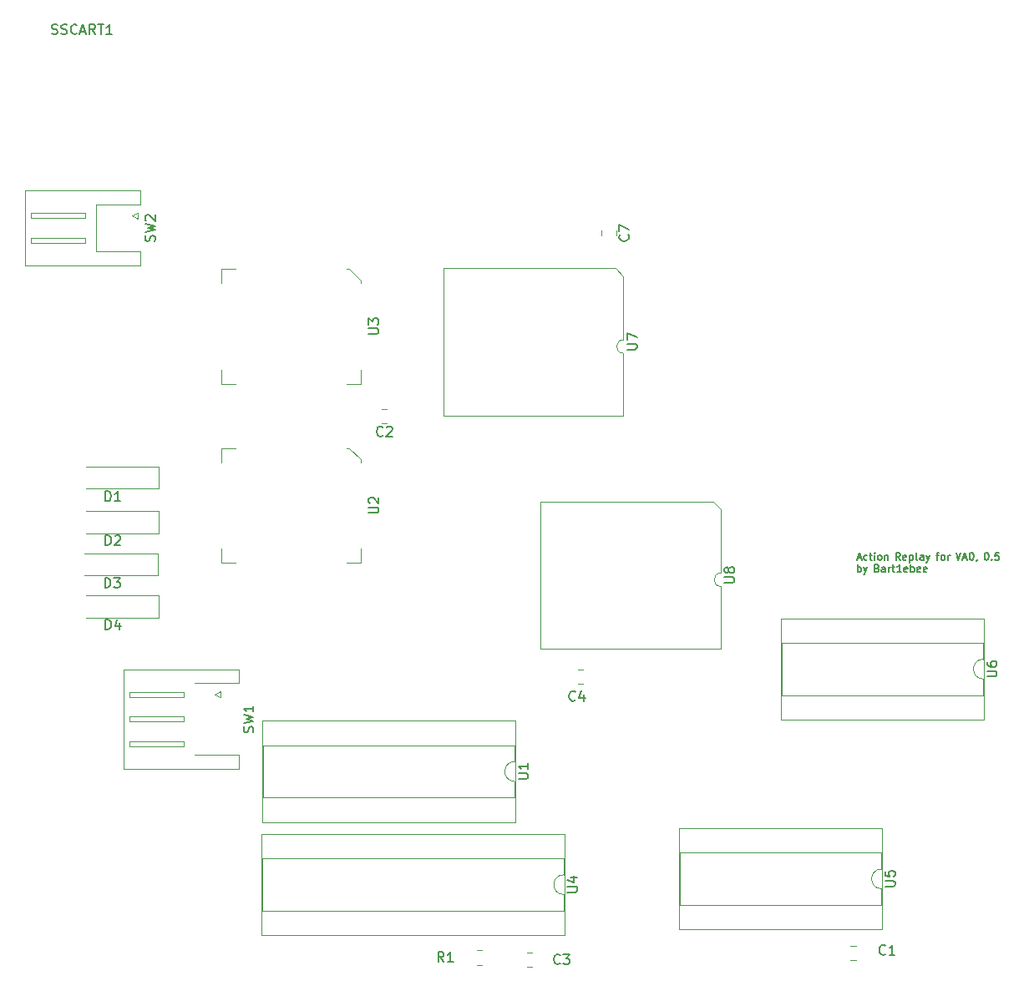
<source format=gbr>
%TF.GenerationSoftware,KiCad,Pcbnew,(7.0.0)*%
%TF.CreationDate,2023-02-16T22:34:58-06:00*%
%TF.ProjectId,cart,63617274-2e6b-4696-9361-645f70636258,rev?*%
%TF.SameCoordinates,Original*%
%TF.FileFunction,Legend,Top*%
%TF.FilePolarity,Positive*%
%FSLAX46Y46*%
G04 Gerber Fmt 4.6, Leading zero omitted, Abs format (unit mm)*
G04 Created by KiCad (PCBNEW (7.0.0)) date 2023-02-16 22:34:58*
%MOMM*%
%LPD*%
G01*
G04 APERTURE LIST*
%ADD10C,0.150000*%
%ADD11C,0.120000*%
G04 APERTURE END LIST*
D10*
X164492857Y-136732500D02*
X164850000Y-136732500D01*
X164421428Y-136946785D02*
X164671428Y-136196785D01*
X164671428Y-136196785D02*
X164921428Y-136946785D01*
X165492857Y-136911071D02*
X165421428Y-136946785D01*
X165421428Y-136946785D02*
X165278571Y-136946785D01*
X165278571Y-136946785D02*
X165207142Y-136911071D01*
X165207142Y-136911071D02*
X165171428Y-136875357D01*
X165171428Y-136875357D02*
X165135714Y-136803928D01*
X165135714Y-136803928D02*
X165135714Y-136589642D01*
X165135714Y-136589642D02*
X165171428Y-136518214D01*
X165171428Y-136518214D02*
X165207142Y-136482500D01*
X165207142Y-136482500D02*
X165278571Y-136446785D01*
X165278571Y-136446785D02*
X165421428Y-136446785D01*
X165421428Y-136446785D02*
X165492857Y-136482500D01*
X165707142Y-136446785D02*
X165992856Y-136446785D01*
X165814285Y-136196785D02*
X165814285Y-136839642D01*
X165814285Y-136839642D02*
X165849999Y-136911071D01*
X165849999Y-136911071D02*
X165921428Y-136946785D01*
X165921428Y-136946785D02*
X165992856Y-136946785D01*
X166242856Y-136946785D02*
X166242856Y-136446785D01*
X166242856Y-136196785D02*
X166207142Y-136232500D01*
X166207142Y-136232500D02*
X166242856Y-136268214D01*
X166242856Y-136268214D02*
X166278570Y-136232500D01*
X166278570Y-136232500D02*
X166242856Y-136196785D01*
X166242856Y-136196785D02*
X166242856Y-136268214D01*
X166707142Y-136946785D02*
X166635713Y-136911071D01*
X166635713Y-136911071D02*
X166599999Y-136875357D01*
X166599999Y-136875357D02*
X166564285Y-136803928D01*
X166564285Y-136803928D02*
X166564285Y-136589642D01*
X166564285Y-136589642D02*
X166599999Y-136518214D01*
X166599999Y-136518214D02*
X166635713Y-136482500D01*
X166635713Y-136482500D02*
X166707142Y-136446785D01*
X166707142Y-136446785D02*
X166814285Y-136446785D01*
X166814285Y-136446785D02*
X166885713Y-136482500D01*
X166885713Y-136482500D02*
X166921428Y-136518214D01*
X166921428Y-136518214D02*
X166957142Y-136589642D01*
X166957142Y-136589642D02*
X166957142Y-136803928D01*
X166957142Y-136803928D02*
X166921428Y-136875357D01*
X166921428Y-136875357D02*
X166885713Y-136911071D01*
X166885713Y-136911071D02*
X166814285Y-136946785D01*
X166814285Y-136946785D02*
X166707142Y-136946785D01*
X167278570Y-136446785D02*
X167278570Y-136946785D01*
X167278570Y-136518214D02*
X167314284Y-136482500D01*
X167314284Y-136482500D02*
X167385713Y-136446785D01*
X167385713Y-136446785D02*
X167492856Y-136446785D01*
X167492856Y-136446785D02*
X167564284Y-136482500D01*
X167564284Y-136482500D02*
X167599999Y-136553928D01*
X167599999Y-136553928D02*
X167599999Y-136946785D01*
X168835712Y-136946785D02*
X168585712Y-136589642D01*
X168407141Y-136946785D02*
X168407141Y-136196785D01*
X168407141Y-136196785D02*
X168692855Y-136196785D01*
X168692855Y-136196785D02*
X168764284Y-136232500D01*
X168764284Y-136232500D02*
X168799998Y-136268214D01*
X168799998Y-136268214D02*
X168835712Y-136339642D01*
X168835712Y-136339642D02*
X168835712Y-136446785D01*
X168835712Y-136446785D02*
X168799998Y-136518214D01*
X168799998Y-136518214D02*
X168764284Y-136553928D01*
X168764284Y-136553928D02*
X168692855Y-136589642D01*
X168692855Y-136589642D02*
X168407141Y-136589642D01*
X169442855Y-136911071D02*
X169371427Y-136946785D01*
X169371427Y-136946785D02*
X169228570Y-136946785D01*
X169228570Y-136946785D02*
X169157141Y-136911071D01*
X169157141Y-136911071D02*
X169121427Y-136839642D01*
X169121427Y-136839642D02*
X169121427Y-136553928D01*
X169121427Y-136553928D02*
X169157141Y-136482500D01*
X169157141Y-136482500D02*
X169228570Y-136446785D01*
X169228570Y-136446785D02*
X169371427Y-136446785D01*
X169371427Y-136446785D02*
X169442855Y-136482500D01*
X169442855Y-136482500D02*
X169478570Y-136553928D01*
X169478570Y-136553928D02*
X169478570Y-136625357D01*
X169478570Y-136625357D02*
X169121427Y-136696785D01*
X169799998Y-136446785D02*
X169799998Y-137196785D01*
X169799998Y-136482500D02*
X169871427Y-136446785D01*
X169871427Y-136446785D02*
X170014284Y-136446785D01*
X170014284Y-136446785D02*
X170085712Y-136482500D01*
X170085712Y-136482500D02*
X170121427Y-136518214D01*
X170121427Y-136518214D02*
X170157141Y-136589642D01*
X170157141Y-136589642D02*
X170157141Y-136803928D01*
X170157141Y-136803928D02*
X170121427Y-136875357D01*
X170121427Y-136875357D02*
X170085712Y-136911071D01*
X170085712Y-136911071D02*
X170014284Y-136946785D01*
X170014284Y-136946785D02*
X169871427Y-136946785D01*
X169871427Y-136946785D02*
X169799998Y-136911071D01*
X170585712Y-136946785D02*
X170514283Y-136911071D01*
X170514283Y-136911071D02*
X170478569Y-136839642D01*
X170478569Y-136839642D02*
X170478569Y-136196785D01*
X171192855Y-136946785D02*
X171192855Y-136553928D01*
X171192855Y-136553928D02*
X171157140Y-136482500D01*
X171157140Y-136482500D02*
X171085712Y-136446785D01*
X171085712Y-136446785D02*
X170942855Y-136446785D01*
X170942855Y-136446785D02*
X170871426Y-136482500D01*
X171192855Y-136911071D02*
X171121426Y-136946785D01*
X171121426Y-136946785D02*
X170942855Y-136946785D01*
X170942855Y-136946785D02*
X170871426Y-136911071D01*
X170871426Y-136911071D02*
X170835712Y-136839642D01*
X170835712Y-136839642D02*
X170835712Y-136768214D01*
X170835712Y-136768214D02*
X170871426Y-136696785D01*
X170871426Y-136696785D02*
X170942855Y-136661071D01*
X170942855Y-136661071D02*
X171121426Y-136661071D01*
X171121426Y-136661071D02*
X171192855Y-136625357D01*
X171478568Y-136446785D02*
X171657140Y-136946785D01*
X171835711Y-136446785D02*
X171657140Y-136946785D01*
X171657140Y-136946785D02*
X171585711Y-137125357D01*
X171585711Y-137125357D02*
X171549997Y-137161071D01*
X171549997Y-137161071D02*
X171478568Y-137196785D01*
X172464283Y-136446785D02*
X172749997Y-136446785D01*
X172571426Y-136946785D02*
X172571426Y-136303928D01*
X172571426Y-136303928D02*
X172607140Y-136232500D01*
X172607140Y-136232500D02*
X172678569Y-136196785D01*
X172678569Y-136196785D02*
X172749997Y-136196785D01*
X173107140Y-136946785D02*
X173035711Y-136911071D01*
X173035711Y-136911071D02*
X172999997Y-136875357D01*
X172999997Y-136875357D02*
X172964283Y-136803928D01*
X172964283Y-136803928D02*
X172964283Y-136589642D01*
X172964283Y-136589642D02*
X172999997Y-136518214D01*
X172999997Y-136518214D02*
X173035711Y-136482500D01*
X173035711Y-136482500D02*
X173107140Y-136446785D01*
X173107140Y-136446785D02*
X173214283Y-136446785D01*
X173214283Y-136446785D02*
X173285711Y-136482500D01*
X173285711Y-136482500D02*
X173321426Y-136518214D01*
X173321426Y-136518214D02*
X173357140Y-136589642D01*
X173357140Y-136589642D02*
X173357140Y-136803928D01*
X173357140Y-136803928D02*
X173321426Y-136875357D01*
X173321426Y-136875357D02*
X173285711Y-136911071D01*
X173285711Y-136911071D02*
X173214283Y-136946785D01*
X173214283Y-136946785D02*
X173107140Y-136946785D01*
X173678568Y-136946785D02*
X173678568Y-136446785D01*
X173678568Y-136589642D02*
X173714282Y-136518214D01*
X173714282Y-136518214D02*
X173749997Y-136482500D01*
X173749997Y-136482500D02*
X173821425Y-136446785D01*
X173821425Y-136446785D02*
X173892854Y-136446785D01*
X174485711Y-136196785D02*
X174735711Y-136946785D01*
X174735711Y-136946785D02*
X174985711Y-136196785D01*
X175199997Y-136732500D02*
X175557140Y-136732500D01*
X175128568Y-136946785D02*
X175378568Y-136196785D01*
X175378568Y-136196785D02*
X175628568Y-136946785D01*
X176021425Y-136196785D02*
X176092854Y-136196785D01*
X176092854Y-136196785D02*
X176164282Y-136232500D01*
X176164282Y-136232500D02*
X176199997Y-136268214D01*
X176199997Y-136268214D02*
X176235711Y-136339642D01*
X176235711Y-136339642D02*
X176271425Y-136482500D01*
X176271425Y-136482500D02*
X176271425Y-136661071D01*
X176271425Y-136661071D02*
X176235711Y-136803928D01*
X176235711Y-136803928D02*
X176199997Y-136875357D01*
X176199997Y-136875357D02*
X176164282Y-136911071D01*
X176164282Y-136911071D02*
X176092854Y-136946785D01*
X176092854Y-136946785D02*
X176021425Y-136946785D01*
X176021425Y-136946785D02*
X175949997Y-136911071D01*
X175949997Y-136911071D02*
X175914282Y-136875357D01*
X175914282Y-136875357D02*
X175878568Y-136803928D01*
X175878568Y-136803928D02*
X175842854Y-136661071D01*
X175842854Y-136661071D02*
X175842854Y-136482500D01*
X175842854Y-136482500D02*
X175878568Y-136339642D01*
X175878568Y-136339642D02*
X175914282Y-136268214D01*
X175914282Y-136268214D02*
X175949997Y-136232500D01*
X175949997Y-136232500D02*
X176021425Y-136196785D01*
X176628568Y-136911071D02*
X176628568Y-136946785D01*
X176628568Y-136946785D02*
X176592854Y-137018214D01*
X176592854Y-137018214D02*
X176557140Y-137053928D01*
X177542854Y-136196785D02*
X177614283Y-136196785D01*
X177614283Y-136196785D02*
X177685711Y-136232500D01*
X177685711Y-136232500D02*
X177721426Y-136268214D01*
X177721426Y-136268214D02*
X177757140Y-136339642D01*
X177757140Y-136339642D02*
X177792854Y-136482500D01*
X177792854Y-136482500D02*
X177792854Y-136661071D01*
X177792854Y-136661071D02*
X177757140Y-136803928D01*
X177757140Y-136803928D02*
X177721426Y-136875357D01*
X177721426Y-136875357D02*
X177685711Y-136911071D01*
X177685711Y-136911071D02*
X177614283Y-136946785D01*
X177614283Y-136946785D02*
X177542854Y-136946785D01*
X177542854Y-136946785D02*
X177471426Y-136911071D01*
X177471426Y-136911071D02*
X177435711Y-136875357D01*
X177435711Y-136875357D02*
X177399997Y-136803928D01*
X177399997Y-136803928D02*
X177364283Y-136661071D01*
X177364283Y-136661071D02*
X177364283Y-136482500D01*
X177364283Y-136482500D02*
X177399997Y-136339642D01*
X177399997Y-136339642D02*
X177435711Y-136268214D01*
X177435711Y-136268214D02*
X177471426Y-136232500D01*
X177471426Y-136232500D02*
X177542854Y-136196785D01*
X178114283Y-136875357D02*
X178149997Y-136911071D01*
X178149997Y-136911071D02*
X178114283Y-136946785D01*
X178114283Y-136946785D02*
X178078569Y-136911071D01*
X178078569Y-136911071D02*
X178114283Y-136875357D01*
X178114283Y-136875357D02*
X178114283Y-136946785D01*
X178828569Y-136196785D02*
X178471426Y-136196785D01*
X178471426Y-136196785D02*
X178435712Y-136553928D01*
X178435712Y-136553928D02*
X178471426Y-136518214D01*
X178471426Y-136518214D02*
X178542855Y-136482500D01*
X178542855Y-136482500D02*
X178721426Y-136482500D01*
X178721426Y-136482500D02*
X178792855Y-136518214D01*
X178792855Y-136518214D02*
X178828569Y-136553928D01*
X178828569Y-136553928D02*
X178864283Y-136625357D01*
X178864283Y-136625357D02*
X178864283Y-136803928D01*
X178864283Y-136803928D02*
X178828569Y-136875357D01*
X178828569Y-136875357D02*
X178792855Y-136911071D01*
X178792855Y-136911071D02*
X178721426Y-136946785D01*
X178721426Y-136946785D02*
X178542855Y-136946785D01*
X178542855Y-136946785D02*
X178471426Y-136911071D01*
X178471426Y-136911071D02*
X178435712Y-136875357D01*
X164528571Y-138161785D02*
X164528571Y-137411785D01*
X164528571Y-137697500D02*
X164600000Y-137661785D01*
X164600000Y-137661785D02*
X164742857Y-137661785D01*
X164742857Y-137661785D02*
X164814285Y-137697500D01*
X164814285Y-137697500D02*
X164850000Y-137733214D01*
X164850000Y-137733214D02*
X164885714Y-137804642D01*
X164885714Y-137804642D02*
X164885714Y-138018928D01*
X164885714Y-138018928D02*
X164850000Y-138090357D01*
X164850000Y-138090357D02*
X164814285Y-138126071D01*
X164814285Y-138126071D02*
X164742857Y-138161785D01*
X164742857Y-138161785D02*
X164600000Y-138161785D01*
X164600000Y-138161785D02*
X164528571Y-138126071D01*
X165135713Y-137661785D02*
X165314285Y-138161785D01*
X165492856Y-137661785D02*
X165314285Y-138161785D01*
X165314285Y-138161785D02*
X165242856Y-138340357D01*
X165242856Y-138340357D02*
X165207142Y-138376071D01*
X165207142Y-138376071D02*
X165135713Y-138411785D01*
X166478571Y-137768928D02*
X166585714Y-137804642D01*
X166585714Y-137804642D02*
X166621428Y-137840357D01*
X166621428Y-137840357D02*
X166657142Y-137911785D01*
X166657142Y-137911785D02*
X166657142Y-138018928D01*
X166657142Y-138018928D02*
X166621428Y-138090357D01*
X166621428Y-138090357D02*
X166585714Y-138126071D01*
X166585714Y-138126071D02*
X166514285Y-138161785D01*
X166514285Y-138161785D02*
X166228571Y-138161785D01*
X166228571Y-138161785D02*
X166228571Y-137411785D01*
X166228571Y-137411785D02*
X166478571Y-137411785D01*
X166478571Y-137411785D02*
X166550000Y-137447500D01*
X166550000Y-137447500D02*
X166585714Y-137483214D01*
X166585714Y-137483214D02*
X166621428Y-137554642D01*
X166621428Y-137554642D02*
X166621428Y-137626071D01*
X166621428Y-137626071D02*
X166585714Y-137697500D01*
X166585714Y-137697500D02*
X166550000Y-137733214D01*
X166550000Y-137733214D02*
X166478571Y-137768928D01*
X166478571Y-137768928D02*
X166228571Y-137768928D01*
X167300000Y-138161785D02*
X167300000Y-137768928D01*
X167300000Y-137768928D02*
X167264285Y-137697500D01*
X167264285Y-137697500D02*
X167192857Y-137661785D01*
X167192857Y-137661785D02*
X167050000Y-137661785D01*
X167050000Y-137661785D02*
X166978571Y-137697500D01*
X167300000Y-138126071D02*
X167228571Y-138161785D01*
X167228571Y-138161785D02*
X167050000Y-138161785D01*
X167050000Y-138161785D02*
X166978571Y-138126071D01*
X166978571Y-138126071D02*
X166942857Y-138054642D01*
X166942857Y-138054642D02*
X166942857Y-137983214D01*
X166942857Y-137983214D02*
X166978571Y-137911785D01*
X166978571Y-137911785D02*
X167050000Y-137876071D01*
X167050000Y-137876071D02*
X167228571Y-137876071D01*
X167228571Y-137876071D02*
X167300000Y-137840357D01*
X167657142Y-138161785D02*
X167657142Y-137661785D01*
X167657142Y-137804642D02*
X167692856Y-137733214D01*
X167692856Y-137733214D02*
X167728571Y-137697500D01*
X167728571Y-137697500D02*
X167799999Y-137661785D01*
X167799999Y-137661785D02*
X167871428Y-137661785D01*
X168014285Y-137661785D02*
X168299999Y-137661785D01*
X168121428Y-137411785D02*
X168121428Y-138054642D01*
X168121428Y-138054642D02*
X168157142Y-138126071D01*
X168157142Y-138126071D02*
X168228571Y-138161785D01*
X168228571Y-138161785D02*
X168299999Y-138161785D01*
X168942856Y-138161785D02*
X168514285Y-138161785D01*
X168728570Y-138161785D02*
X168728570Y-137411785D01*
X168728570Y-137411785D02*
X168657142Y-137518928D01*
X168657142Y-137518928D02*
X168585713Y-137590357D01*
X168585713Y-137590357D02*
X168514285Y-137626071D01*
X169549999Y-138126071D02*
X169478571Y-138161785D01*
X169478571Y-138161785D02*
X169335714Y-138161785D01*
X169335714Y-138161785D02*
X169264285Y-138126071D01*
X169264285Y-138126071D02*
X169228571Y-138054642D01*
X169228571Y-138054642D02*
X169228571Y-137768928D01*
X169228571Y-137768928D02*
X169264285Y-137697500D01*
X169264285Y-137697500D02*
X169335714Y-137661785D01*
X169335714Y-137661785D02*
X169478571Y-137661785D01*
X169478571Y-137661785D02*
X169549999Y-137697500D01*
X169549999Y-137697500D02*
X169585714Y-137768928D01*
X169585714Y-137768928D02*
X169585714Y-137840357D01*
X169585714Y-137840357D02*
X169228571Y-137911785D01*
X169907142Y-138161785D02*
X169907142Y-137411785D01*
X169907142Y-137697500D02*
X169978571Y-137661785D01*
X169978571Y-137661785D02*
X170121428Y-137661785D01*
X170121428Y-137661785D02*
X170192856Y-137697500D01*
X170192856Y-137697500D02*
X170228571Y-137733214D01*
X170228571Y-137733214D02*
X170264285Y-137804642D01*
X170264285Y-137804642D02*
X170264285Y-138018928D01*
X170264285Y-138018928D02*
X170228571Y-138090357D01*
X170228571Y-138090357D02*
X170192856Y-138126071D01*
X170192856Y-138126071D02*
X170121428Y-138161785D01*
X170121428Y-138161785D02*
X169978571Y-138161785D01*
X169978571Y-138161785D02*
X169907142Y-138126071D01*
X170871427Y-138126071D02*
X170799999Y-138161785D01*
X170799999Y-138161785D02*
X170657142Y-138161785D01*
X170657142Y-138161785D02*
X170585713Y-138126071D01*
X170585713Y-138126071D02*
X170549999Y-138054642D01*
X170549999Y-138054642D02*
X170549999Y-137768928D01*
X170549999Y-137768928D02*
X170585713Y-137697500D01*
X170585713Y-137697500D02*
X170657142Y-137661785D01*
X170657142Y-137661785D02*
X170799999Y-137661785D01*
X170799999Y-137661785D02*
X170871427Y-137697500D01*
X170871427Y-137697500D02*
X170907142Y-137768928D01*
X170907142Y-137768928D02*
X170907142Y-137840357D01*
X170907142Y-137840357D02*
X170549999Y-137911785D01*
X171514284Y-138126071D02*
X171442856Y-138161785D01*
X171442856Y-138161785D02*
X171299999Y-138161785D01*
X171299999Y-138161785D02*
X171228570Y-138126071D01*
X171228570Y-138126071D02*
X171192856Y-138054642D01*
X171192856Y-138054642D02*
X171192856Y-137768928D01*
X171192856Y-137768928D02*
X171228570Y-137697500D01*
X171228570Y-137697500D02*
X171299999Y-137661785D01*
X171299999Y-137661785D02*
X171442856Y-137661785D01*
X171442856Y-137661785D02*
X171514284Y-137697500D01*
X171514284Y-137697500D02*
X171549999Y-137768928D01*
X171549999Y-137768928D02*
X171549999Y-137840357D01*
X171549999Y-137840357D02*
X171192856Y-137911785D01*
%TO.C,U8*%
X151022380Y-139236904D02*
X151831904Y-139236904D01*
X151831904Y-139236904D02*
X151927142Y-139189285D01*
X151927142Y-139189285D02*
X151974761Y-139141666D01*
X151974761Y-139141666D02*
X152022380Y-139046428D01*
X152022380Y-139046428D02*
X152022380Y-138855952D01*
X152022380Y-138855952D02*
X151974761Y-138760714D01*
X151974761Y-138760714D02*
X151927142Y-138713095D01*
X151927142Y-138713095D02*
X151831904Y-138665476D01*
X151831904Y-138665476D02*
X151022380Y-138665476D01*
X151450952Y-138046428D02*
X151403333Y-138141666D01*
X151403333Y-138141666D02*
X151355714Y-138189285D01*
X151355714Y-138189285D02*
X151260476Y-138236904D01*
X151260476Y-138236904D02*
X151212857Y-138236904D01*
X151212857Y-138236904D02*
X151117619Y-138189285D01*
X151117619Y-138189285D02*
X151070000Y-138141666D01*
X151070000Y-138141666D02*
X151022380Y-138046428D01*
X151022380Y-138046428D02*
X151022380Y-137855952D01*
X151022380Y-137855952D02*
X151070000Y-137760714D01*
X151070000Y-137760714D02*
X151117619Y-137713095D01*
X151117619Y-137713095D02*
X151212857Y-137665476D01*
X151212857Y-137665476D02*
X151260476Y-137665476D01*
X151260476Y-137665476D02*
X151355714Y-137713095D01*
X151355714Y-137713095D02*
X151403333Y-137760714D01*
X151403333Y-137760714D02*
X151450952Y-137855952D01*
X151450952Y-137855952D02*
X151450952Y-138046428D01*
X151450952Y-138046428D02*
X151498571Y-138141666D01*
X151498571Y-138141666D02*
X151546190Y-138189285D01*
X151546190Y-138189285D02*
X151641428Y-138236904D01*
X151641428Y-138236904D02*
X151831904Y-138236904D01*
X151831904Y-138236904D02*
X151927142Y-138189285D01*
X151927142Y-138189285D02*
X151974761Y-138141666D01*
X151974761Y-138141666D02*
X152022380Y-138046428D01*
X152022380Y-138046428D02*
X152022380Y-137855952D01*
X152022380Y-137855952D02*
X151974761Y-137760714D01*
X151974761Y-137760714D02*
X151927142Y-137713095D01*
X151927142Y-137713095D02*
X151831904Y-137665476D01*
X151831904Y-137665476D02*
X151641428Y-137665476D01*
X151641428Y-137665476D02*
X151546190Y-137713095D01*
X151546190Y-137713095D02*
X151498571Y-137760714D01*
X151498571Y-137760714D02*
X151450952Y-137855952D01*
%TO.C,U7*%
X141147380Y-115586904D02*
X141956904Y-115586904D01*
X141956904Y-115586904D02*
X142052142Y-115539285D01*
X142052142Y-115539285D02*
X142099761Y-115491666D01*
X142099761Y-115491666D02*
X142147380Y-115396428D01*
X142147380Y-115396428D02*
X142147380Y-115205952D01*
X142147380Y-115205952D02*
X142099761Y-115110714D01*
X142099761Y-115110714D02*
X142052142Y-115063095D01*
X142052142Y-115063095D02*
X141956904Y-115015476D01*
X141956904Y-115015476D02*
X141147380Y-115015476D01*
X141147380Y-114634523D02*
X141147380Y-113967857D01*
X141147380Y-113967857D02*
X142147380Y-114396428D01*
%TO.C,C2*%
X116383333Y-124302142D02*
X116335714Y-124349761D01*
X116335714Y-124349761D02*
X116192857Y-124397380D01*
X116192857Y-124397380D02*
X116097619Y-124397380D01*
X116097619Y-124397380D02*
X115954762Y-124349761D01*
X115954762Y-124349761D02*
X115859524Y-124254523D01*
X115859524Y-124254523D02*
X115811905Y-124159285D01*
X115811905Y-124159285D02*
X115764286Y-123968809D01*
X115764286Y-123968809D02*
X115764286Y-123825952D01*
X115764286Y-123825952D02*
X115811905Y-123635476D01*
X115811905Y-123635476D02*
X115859524Y-123540238D01*
X115859524Y-123540238D02*
X115954762Y-123445000D01*
X115954762Y-123445000D02*
X116097619Y-123397380D01*
X116097619Y-123397380D02*
X116192857Y-123397380D01*
X116192857Y-123397380D02*
X116335714Y-123445000D01*
X116335714Y-123445000D02*
X116383333Y-123492619D01*
X116764286Y-123492619D02*
X116811905Y-123445000D01*
X116811905Y-123445000D02*
X116907143Y-123397380D01*
X116907143Y-123397380D02*
X117145238Y-123397380D01*
X117145238Y-123397380D02*
X117240476Y-123445000D01*
X117240476Y-123445000D02*
X117288095Y-123492619D01*
X117288095Y-123492619D02*
X117335714Y-123587857D01*
X117335714Y-123587857D02*
X117335714Y-123683095D01*
X117335714Y-123683095D02*
X117288095Y-123825952D01*
X117288095Y-123825952D02*
X116716667Y-124397380D01*
X116716667Y-124397380D02*
X117335714Y-124397380D01*
%TO.C,U5*%
X167307380Y-170041904D02*
X168116904Y-170041904D01*
X168116904Y-170041904D02*
X168212142Y-169994285D01*
X168212142Y-169994285D02*
X168259761Y-169946666D01*
X168259761Y-169946666D02*
X168307380Y-169851428D01*
X168307380Y-169851428D02*
X168307380Y-169660952D01*
X168307380Y-169660952D02*
X168259761Y-169565714D01*
X168259761Y-169565714D02*
X168212142Y-169518095D01*
X168212142Y-169518095D02*
X168116904Y-169470476D01*
X168116904Y-169470476D02*
X167307380Y-169470476D01*
X167307380Y-168518095D02*
X167307380Y-168994285D01*
X167307380Y-168994285D02*
X167783571Y-169041904D01*
X167783571Y-169041904D02*
X167735952Y-168994285D01*
X167735952Y-168994285D02*
X167688333Y-168899047D01*
X167688333Y-168899047D02*
X167688333Y-168660952D01*
X167688333Y-168660952D02*
X167735952Y-168565714D01*
X167735952Y-168565714D02*
X167783571Y-168518095D01*
X167783571Y-168518095D02*
X167878809Y-168470476D01*
X167878809Y-168470476D02*
X168116904Y-168470476D01*
X168116904Y-168470476D02*
X168212142Y-168518095D01*
X168212142Y-168518095D02*
X168259761Y-168565714D01*
X168259761Y-168565714D02*
X168307380Y-168660952D01*
X168307380Y-168660952D02*
X168307380Y-168899047D01*
X168307380Y-168899047D02*
X168259761Y-168994285D01*
X168259761Y-168994285D02*
X168212142Y-169041904D01*
%TO.C,C7*%
X141252142Y-103966666D02*
X141299761Y-104014285D01*
X141299761Y-104014285D02*
X141347380Y-104157142D01*
X141347380Y-104157142D02*
X141347380Y-104252380D01*
X141347380Y-104252380D02*
X141299761Y-104395237D01*
X141299761Y-104395237D02*
X141204523Y-104490475D01*
X141204523Y-104490475D02*
X141109285Y-104538094D01*
X141109285Y-104538094D02*
X140918809Y-104585713D01*
X140918809Y-104585713D02*
X140775952Y-104585713D01*
X140775952Y-104585713D02*
X140585476Y-104538094D01*
X140585476Y-104538094D02*
X140490238Y-104490475D01*
X140490238Y-104490475D02*
X140395000Y-104395237D01*
X140395000Y-104395237D02*
X140347380Y-104252380D01*
X140347380Y-104252380D02*
X140347380Y-104157142D01*
X140347380Y-104157142D02*
X140395000Y-104014285D01*
X140395000Y-104014285D02*
X140442619Y-103966666D01*
X140347380Y-103633332D02*
X140347380Y-102966666D01*
X140347380Y-102966666D02*
X141347380Y-103395237D01*
%TO.C,U2*%
X114962380Y-132161904D02*
X115771904Y-132161904D01*
X115771904Y-132161904D02*
X115867142Y-132114285D01*
X115867142Y-132114285D02*
X115914761Y-132066666D01*
X115914761Y-132066666D02*
X115962380Y-131971428D01*
X115962380Y-131971428D02*
X115962380Y-131780952D01*
X115962380Y-131780952D02*
X115914761Y-131685714D01*
X115914761Y-131685714D02*
X115867142Y-131638095D01*
X115867142Y-131638095D02*
X115771904Y-131590476D01*
X115771904Y-131590476D02*
X114962380Y-131590476D01*
X115057619Y-131161904D02*
X115010000Y-131114285D01*
X115010000Y-131114285D02*
X114962380Y-131019047D01*
X114962380Y-131019047D02*
X114962380Y-130780952D01*
X114962380Y-130780952D02*
X115010000Y-130685714D01*
X115010000Y-130685714D02*
X115057619Y-130638095D01*
X115057619Y-130638095D02*
X115152857Y-130590476D01*
X115152857Y-130590476D02*
X115248095Y-130590476D01*
X115248095Y-130590476D02*
X115390952Y-130638095D01*
X115390952Y-130638095D02*
X115962380Y-131209523D01*
X115962380Y-131209523D02*
X115962380Y-130590476D01*
%TO.C,SW2*%
X93244761Y-104608332D02*
X93292380Y-104465475D01*
X93292380Y-104465475D02*
X93292380Y-104227380D01*
X93292380Y-104227380D02*
X93244761Y-104132142D01*
X93244761Y-104132142D02*
X93197142Y-104084523D01*
X93197142Y-104084523D02*
X93101904Y-104036904D01*
X93101904Y-104036904D02*
X93006666Y-104036904D01*
X93006666Y-104036904D02*
X92911428Y-104084523D01*
X92911428Y-104084523D02*
X92863809Y-104132142D01*
X92863809Y-104132142D02*
X92816190Y-104227380D01*
X92816190Y-104227380D02*
X92768571Y-104417856D01*
X92768571Y-104417856D02*
X92720952Y-104513094D01*
X92720952Y-104513094D02*
X92673333Y-104560713D01*
X92673333Y-104560713D02*
X92578095Y-104608332D01*
X92578095Y-104608332D02*
X92482857Y-104608332D01*
X92482857Y-104608332D02*
X92387619Y-104560713D01*
X92387619Y-104560713D02*
X92340000Y-104513094D01*
X92340000Y-104513094D02*
X92292380Y-104417856D01*
X92292380Y-104417856D02*
X92292380Y-104179761D01*
X92292380Y-104179761D02*
X92340000Y-104036904D01*
X92292380Y-103703570D02*
X93292380Y-103465475D01*
X93292380Y-103465475D02*
X92578095Y-103274999D01*
X92578095Y-103274999D02*
X93292380Y-103084523D01*
X93292380Y-103084523D02*
X92292380Y-102846428D01*
X92387619Y-102513094D02*
X92340000Y-102465475D01*
X92340000Y-102465475D02*
X92292380Y-102370237D01*
X92292380Y-102370237D02*
X92292380Y-102132142D01*
X92292380Y-102132142D02*
X92340000Y-102036904D01*
X92340000Y-102036904D02*
X92387619Y-101989285D01*
X92387619Y-101989285D02*
X92482857Y-101941666D01*
X92482857Y-101941666D02*
X92578095Y-101941666D01*
X92578095Y-101941666D02*
X92720952Y-101989285D01*
X92720952Y-101989285D02*
X93292380Y-102560713D01*
X93292380Y-102560713D02*
X93292380Y-101941666D01*
%TO.C,D4*%
X88281905Y-143992380D02*
X88281905Y-142992380D01*
X88281905Y-142992380D02*
X88520000Y-142992380D01*
X88520000Y-142992380D02*
X88662857Y-143040000D01*
X88662857Y-143040000D02*
X88758095Y-143135238D01*
X88758095Y-143135238D02*
X88805714Y-143230476D01*
X88805714Y-143230476D02*
X88853333Y-143420952D01*
X88853333Y-143420952D02*
X88853333Y-143563809D01*
X88853333Y-143563809D02*
X88805714Y-143754285D01*
X88805714Y-143754285D02*
X88758095Y-143849523D01*
X88758095Y-143849523D02*
X88662857Y-143944761D01*
X88662857Y-143944761D02*
X88520000Y-143992380D01*
X88520000Y-143992380D02*
X88281905Y-143992380D01*
X89710476Y-143325714D02*
X89710476Y-143992380D01*
X89472381Y-142944761D02*
X89234286Y-143659047D01*
X89234286Y-143659047D02*
X89853333Y-143659047D01*
%TO.C,D2*%
X88286905Y-135417380D02*
X88286905Y-134417380D01*
X88286905Y-134417380D02*
X88525000Y-134417380D01*
X88525000Y-134417380D02*
X88667857Y-134465000D01*
X88667857Y-134465000D02*
X88763095Y-134560238D01*
X88763095Y-134560238D02*
X88810714Y-134655476D01*
X88810714Y-134655476D02*
X88858333Y-134845952D01*
X88858333Y-134845952D02*
X88858333Y-134988809D01*
X88858333Y-134988809D02*
X88810714Y-135179285D01*
X88810714Y-135179285D02*
X88763095Y-135274523D01*
X88763095Y-135274523D02*
X88667857Y-135369761D01*
X88667857Y-135369761D02*
X88525000Y-135417380D01*
X88525000Y-135417380D02*
X88286905Y-135417380D01*
X89239286Y-134512619D02*
X89286905Y-134465000D01*
X89286905Y-134465000D02*
X89382143Y-134417380D01*
X89382143Y-134417380D02*
X89620238Y-134417380D01*
X89620238Y-134417380D02*
X89715476Y-134465000D01*
X89715476Y-134465000D02*
X89763095Y-134512619D01*
X89763095Y-134512619D02*
X89810714Y-134607857D01*
X89810714Y-134607857D02*
X89810714Y-134703095D01*
X89810714Y-134703095D02*
X89763095Y-134845952D01*
X89763095Y-134845952D02*
X89191667Y-135417380D01*
X89191667Y-135417380D02*
X89810714Y-135417380D01*
%TO.C,C3*%
X134353333Y-177832142D02*
X134305714Y-177879761D01*
X134305714Y-177879761D02*
X134162857Y-177927380D01*
X134162857Y-177927380D02*
X134067619Y-177927380D01*
X134067619Y-177927380D02*
X133924762Y-177879761D01*
X133924762Y-177879761D02*
X133829524Y-177784523D01*
X133829524Y-177784523D02*
X133781905Y-177689285D01*
X133781905Y-177689285D02*
X133734286Y-177498809D01*
X133734286Y-177498809D02*
X133734286Y-177355952D01*
X133734286Y-177355952D02*
X133781905Y-177165476D01*
X133781905Y-177165476D02*
X133829524Y-177070238D01*
X133829524Y-177070238D02*
X133924762Y-176975000D01*
X133924762Y-176975000D02*
X134067619Y-176927380D01*
X134067619Y-176927380D02*
X134162857Y-176927380D01*
X134162857Y-176927380D02*
X134305714Y-176975000D01*
X134305714Y-176975000D02*
X134353333Y-177022619D01*
X134686667Y-176927380D02*
X135305714Y-176927380D01*
X135305714Y-176927380D02*
X134972381Y-177308333D01*
X134972381Y-177308333D02*
X135115238Y-177308333D01*
X135115238Y-177308333D02*
X135210476Y-177355952D01*
X135210476Y-177355952D02*
X135258095Y-177403571D01*
X135258095Y-177403571D02*
X135305714Y-177498809D01*
X135305714Y-177498809D02*
X135305714Y-177736904D01*
X135305714Y-177736904D02*
X135258095Y-177832142D01*
X135258095Y-177832142D02*
X135210476Y-177879761D01*
X135210476Y-177879761D02*
X135115238Y-177927380D01*
X135115238Y-177927380D02*
X134829524Y-177927380D01*
X134829524Y-177927380D02*
X134734286Y-177879761D01*
X134734286Y-177879761D02*
X134686667Y-177832142D01*
%TO.C,SSCART1*%
X82852381Y-83569761D02*
X82995238Y-83617380D01*
X82995238Y-83617380D02*
X83233333Y-83617380D01*
X83233333Y-83617380D02*
X83328571Y-83569761D01*
X83328571Y-83569761D02*
X83376190Y-83522142D01*
X83376190Y-83522142D02*
X83423809Y-83426904D01*
X83423809Y-83426904D02*
X83423809Y-83331666D01*
X83423809Y-83331666D02*
X83376190Y-83236428D01*
X83376190Y-83236428D02*
X83328571Y-83188809D01*
X83328571Y-83188809D02*
X83233333Y-83141190D01*
X83233333Y-83141190D02*
X83042857Y-83093571D01*
X83042857Y-83093571D02*
X82947619Y-83045952D01*
X82947619Y-83045952D02*
X82900000Y-82998333D01*
X82900000Y-82998333D02*
X82852381Y-82903095D01*
X82852381Y-82903095D02*
X82852381Y-82807857D01*
X82852381Y-82807857D02*
X82900000Y-82712619D01*
X82900000Y-82712619D02*
X82947619Y-82665000D01*
X82947619Y-82665000D02*
X83042857Y-82617380D01*
X83042857Y-82617380D02*
X83280952Y-82617380D01*
X83280952Y-82617380D02*
X83423809Y-82665000D01*
X83804762Y-83569761D02*
X83947619Y-83617380D01*
X83947619Y-83617380D02*
X84185714Y-83617380D01*
X84185714Y-83617380D02*
X84280952Y-83569761D01*
X84280952Y-83569761D02*
X84328571Y-83522142D01*
X84328571Y-83522142D02*
X84376190Y-83426904D01*
X84376190Y-83426904D02*
X84376190Y-83331666D01*
X84376190Y-83331666D02*
X84328571Y-83236428D01*
X84328571Y-83236428D02*
X84280952Y-83188809D01*
X84280952Y-83188809D02*
X84185714Y-83141190D01*
X84185714Y-83141190D02*
X83995238Y-83093571D01*
X83995238Y-83093571D02*
X83900000Y-83045952D01*
X83900000Y-83045952D02*
X83852381Y-82998333D01*
X83852381Y-82998333D02*
X83804762Y-82903095D01*
X83804762Y-82903095D02*
X83804762Y-82807857D01*
X83804762Y-82807857D02*
X83852381Y-82712619D01*
X83852381Y-82712619D02*
X83900000Y-82665000D01*
X83900000Y-82665000D02*
X83995238Y-82617380D01*
X83995238Y-82617380D02*
X84233333Y-82617380D01*
X84233333Y-82617380D02*
X84376190Y-82665000D01*
X85376190Y-83522142D02*
X85328571Y-83569761D01*
X85328571Y-83569761D02*
X85185714Y-83617380D01*
X85185714Y-83617380D02*
X85090476Y-83617380D01*
X85090476Y-83617380D02*
X84947619Y-83569761D01*
X84947619Y-83569761D02*
X84852381Y-83474523D01*
X84852381Y-83474523D02*
X84804762Y-83379285D01*
X84804762Y-83379285D02*
X84757143Y-83188809D01*
X84757143Y-83188809D02*
X84757143Y-83045952D01*
X84757143Y-83045952D02*
X84804762Y-82855476D01*
X84804762Y-82855476D02*
X84852381Y-82760238D01*
X84852381Y-82760238D02*
X84947619Y-82665000D01*
X84947619Y-82665000D02*
X85090476Y-82617380D01*
X85090476Y-82617380D02*
X85185714Y-82617380D01*
X85185714Y-82617380D02*
X85328571Y-82665000D01*
X85328571Y-82665000D02*
X85376190Y-82712619D01*
X85757143Y-83331666D02*
X86233333Y-83331666D01*
X85661905Y-83617380D02*
X85995238Y-82617380D01*
X85995238Y-82617380D02*
X86328571Y-83617380D01*
X87233333Y-83617380D02*
X86900000Y-83141190D01*
X86661905Y-83617380D02*
X86661905Y-82617380D01*
X86661905Y-82617380D02*
X87042857Y-82617380D01*
X87042857Y-82617380D02*
X87138095Y-82665000D01*
X87138095Y-82665000D02*
X87185714Y-82712619D01*
X87185714Y-82712619D02*
X87233333Y-82807857D01*
X87233333Y-82807857D02*
X87233333Y-82950714D01*
X87233333Y-82950714D02*
X87185714Y-83045952D01*
X87185714Y-83045952D02*
X87138095Y-83093571D01*
X87138095Y-83093571D02*
X87042857Y-83141190D01*
X87042857Y-83141190D02*
X86661905Y-83141190D01*
X87519048Y-82617380D02*
X88090476Y-82617380D01*
X87804762Y-83617380D02*
X87804762Y-82617380D01*
X88947619Y-83617380D02*
X88376191Y-83617380D01*
X88661905Y-83617380D02*
X88661905Y-82617380D01*
X88661905Y-82617380D02*
X88566667Y-82760238D01*
X88566667Y-82760238D02*
X88471429Y-82855476D01*
X88471429Y-82855476D02*
X88376191Y-82903095D01*
%TO.C,U6*%
X177627380Y-148761904D02*
X178436904Y-148761904D01*
X178436904Y-148761904D02*
X178532142Y-148714285D01*
X178532142Y-148714285D02*
X178579761Y-148666666D01*
X178579761Y-148666666D02*
X178627380Y-148571428D01*
X178627380Y-148571428D02*
X178627380Y-148380952D01*
X178627380Y-148380952D02*
X178579761Y-148285714D01*
X178579761Y-148285714D02*
X178532142Y-148238095D01*
X178532142Y-148238095D02*
X178436904Y-148190476D01*
X178436904Y-148190476D02*
X177627380Y-148190476D01*
X177627380Y-147285714D02*
X177627380Y-147476190D01*
X177627380Y-147476190D02*
X177675000Y-147571428D01*
X177675000Y-147571428D02*
X177722619Y-147619047D01*
X177722619Y-147619047D02*
X177865476Y-147714285D01*
X177865476Y-147714285D02*
X178055952Y-147761904D01*
X178055952Y-147761904D02*
X178436904Y-147761904D01*
X178436904Y-147761904D02*
X178532142Y-147714285D01*
X178532142Y-147714285D02*
X178579761Y-147666666D01*
X178579761Y-147666666D02*
X178627380Y-147571428D01*
X178627380Y-147571428D02*
X178627380Y-147380952D01*
X178627380Y-147380952D02*
X178579761Y-147285714D01*
X178579761Y-147285714D02*
X178532142Y-147238095D01*
X178532142Y-147238095D02*
X178436904Y-147190476D01*
X178436904Y-147190476D02*
X178198809Y-147190476D01*
X178198809Y-147190476D02*
X178103571Y-147238095D01*
X178103571Y-147238095D02*
X178055952Y-147285714D01*
X178055952Y-147285714D02*
X178008333Y-147380952D01*
X178008333Y-147380952D02*
X178008333Y-147571428D01*
X178008333Y-147571428D02*
X178055952Y-147666666D01*
X178055952Y-147666666D02*
X178103571Y-147714285D01*
X178103571Y-147714285D02*
X178198809Y-147761904D01*
%TO.C,U1*%
X130122380Y-159146904D02*
X130931904Y-159146904D01*
X130931904Y-159146904D02*
X131027142Y-159099285D01*
X131027142Y-159099285D02*
X131074761Y-159051666D01*
X131074761Y-159051666D02*
X131122380Y-158956428D01*
X131122380Y-158956428D02*
X131122380Y-158765952D01*
X131122380Y-158765952D02*
X131074761Y-158670714D01*
X131074761Y-158670714D02*
X131027142Y-158623095D01*
X131027142Y-158623095D02*
X130931904Y-158575476D01*
X130931904Y-158575476D02*
X130122380Y-158575476D01*
X131122380Y-157575476D02*
X131122380Y-158146904D01*
X131122380Y-157861190D02*
X130122380Y-157861190D01*
X130122380Y-157861190D02*
X130265238Y-157956428D01*
X130265238Y-157956428D02*
X130360476Y-158051666D01*
X130360476Y-158051666D02*
X130408095Y-158146904D01*
%TO.C,D1*%
X88261905Y-130967380D02*
X88261905Y-129967380D01*
X88261905Y-129967380D02*
X88500000Y-129967380D01*
X88500000Y-129967380D02*
X88642857Y-130015000D01*
X88642857Y-130015000D02*
X88738095Y-130110238D01*
X88738095Y-130110238D02*
X88785714Y-130205476D01*
X88785714Y-130205476D02*
X88833333Y-130395952D01*
X88833333Y-130395952D02*
X88833333Y-130538809D01*
X88833333Y-130538809D02*
X88785714Y-130729285D01*
X88785714Y-130729285D02*
X88738095Y-130824523D01*
X88738095Y-130824523D02*
X88642857Y-130919761D01*
X88642857Y-130919761D02*
X88500000Y-130967380D01*
X88500000Y-130967380D02*
X88261905Y-130967380D01*
X89785714Y-130967380D02*
X89214286Y-130967380D01*
X89500000Y-130967380D02*
X89500000Y-129967380D01*
X89500000Y-129967380D02*
X89404762Y-130110238D01*
X89404762Y-130110238D02*
X89309524Y-130205476D01*
X89309524Y-130205476D02*
X89214286Y-130253095D01*
%TO.C,C1*%
X167333333Y-176882142D02*
X167285714Y-176929761D01*
X167285714Y-176929761D02*
X167142857Y-176977380D01*
X167142857Y-176977380D02*
X167047619Y-176977380D01*
X167047619Y-176977380D02*
X166904762Y-176929761D01*
X166904762Y-176929761D02*
X166809524Y-176834523D01*
X166809524Y-176834523D02*
X166761905Y-176739285D01*
X166761905Y-176739285D02*
X166714286Y-176548809D01*
X166714286Y-176548809D02*
X166714286Y-176405952D01*
X166714286Y-176405952D02*
X166761905Y-176215476D01*
X166761905Y-176215476D02*
X166809524Y-176120238D01*
X166809524Y-176120238D02*
X166904762Y-176025000D01*
X166904762Y-176025000D02*
X167047619Y-175977380D01*
X167047619Y-175977380D02*
X167142857Y-175977380D01*
X167142857Y-175977380D02*
X167285714Y-176025000D01*
X167285714Y-176025000D02*
X167333333Y-176072619D01*
X168285714Y-176977380D02*
X167714286Y-176977380D01*
X168000000Y-176977380D02*
X168000000Y-175977380D01*
X168000000Y-175977380D02*
X167904762Y-176120238D01*
X167904762Y-176120238D02*
X167809524Y-176215476D01*
X167809524Y-176215476D02*
X167714286Y-176263095D01*
%TO.C,U4*%
X135097380Y-170621904D02*
X135906904Y-170621904D01*
X135906904Y-170621904D02*
X136002142Y-170574285D01*
X136002142Y-170574285D02*
X136049761Y-170526666D01*
X136049761Y-170526666D02*
X136097380Y-170431428D01*
X136097380Y-170431428D02*
X136097380Y-170240952D01*
X136097380Y-170240952D02*
X136049761Y-170145714D01*
X136049761Y-170145714D02*
X136002142Y-170098095D01*
X136002142Y-170098095D02*
X135906904Y-170050476D01*
X135906904Y-170050476D02*
X135097380Y-170050476D01*
X135430714Y-169145714D02*
X136097380Y-169145714D01*
X135049761Y-169383809D02*
X135764047Y-169621904D01*
X135764047Y-169621904D02*
X135764047Y-169002857D01*
%TO.C,C4*%
X135895833Y-151137142D02*
X135848214Y-151184761D01*
X135848214Y-151184761D02*
X135705357Y-151232380D01*
X135705357Y-151232380D02*
X135610119Y-151232380D01*
X135610119Y-151232380D02*
X135467262Y-151184761D01*
X135467262Y-151184761D02*
X135372024Y-151089523D01*
X135372024Y-151089523D02*
X135324405Y-150994285D01*
X135324405Y-150994285D02*
X135276786Y-150803809D01*
X135276786Y-150803809D02*
X135276786Y-150660952D01*
X135276786Y-150660952D02*
X135324405Y-150470476D01*
X135324405Y-150470476D02*
X135372024Y-150375238D01*
X135372024Y-150375238D02*
X135467262Y-150280000D01*
X135467262Y-150280000D02*
X135610119Y-150232380D01*
X135610119Y-150232380D02*
X135705357Y-150232380D01*
X135705357Y-150232380D02*
X135848214Y-150280000D01*
X135848214Y-150280000D02*
X135895833Y-150327619D01*
X136752976Y-150565714D02*
X136752976Y-151232380D01*
X136514881Y-150184761D02*
X136276786Y-150899047D01*
X136276786Y-150899047D02*
X136895833Y-150899047D01*
%TO.C,D3*%
X88211905Y-139742380D02*
X88211905Y-138742380D01*
X88211905Y-138742380D02*
X88450000Y-138742380D01*
X88450000Y-138742380D02*
X88592857Y-138790000D01*
X88592857Y-138790000D02*
X88688095Y-138885238D01*
X88688095Y-138885238D02*
X88735714Y-138980476D01*
X88735714Y-138980476D02*
X88783333Y-139170952D01*
X88783333Y-139170952D02*
X88783333Y-139313809D01*
X88783333Y-139313809D02*
X88735714Y-139504285D01*
X88735714Y-139504285D02*
X88688095Y-139599523D01*
X88688095Y-139599523D02*
X88592857Y-139694761D01*
X88592857Y-139694761D02*
X88450000Y-139742380D01*
X88450000Y-139742380D02*
X88211905Y-139742380D01*
X89116667Y-138742380D02*
X89735714Y-138742380D01*
X89735714Y-138742380D02*
X89402381Y-139123333D01*
X89402381Y-139123333D02*
X89545238Y-139123333D01*
X89545238Y-139123333D02*
X89640476Y-139170952D01*
X89640476Y-139170952D02*
X89688095Y-139218571D01*
X89688095Y-139218571D02*
X89735714Y-139313809D01*
X89735714Y-139313809D02*
X89735714Y-139551904D01*
X89735714Y-139551904D02*
X89688095Y-139647142D01*
X89688095Y-139647142D02*
X89640476Y-139694761D01*
X89640476Y-139694761D02*
X89545238Y-139742380D01*
X89545238Y-139742380D02*
X89259524Y-139742380D01*
X89259524Y-139742380D02*
X89164286Y-139694761D01*
X89164286Y-139694761D02*
X89116667Y-139647142D01*
%TO.C,R1*%
X122563333Y-177687380D02*
X122230000Y-177211190D01*
X121991905Y-177687380D02*
X121991905Y-176687380D01*
X121991905Y-176687380D02*
X122372857Y-176687380D01*
X122372857Y-176687380D02*
X122468095Y-176735000D01*
X122468095Y-176735000D02*
X122515714Y-176782619D01*
X122515714Y-176782619D02*
X122563333Y-176877857D01*
X122563333Y-176877857D02*
X122563333Y-177020714D01*
X122563333Y-177020714D02*
X122515714Y-177115952D01*
X122515714Y-177115952D02*
X122468095Y-177163571D01*
X122468095Y-177163571D02*
X122372857Y-177211190D01*
X122372857Y-177211190D02*
X121991905Y-177211190D01*
X123515714Y-177687380D02*
X122944286Y-177687380D01*
X123230000Y-177687380D02*
X123230000Y-176687380D01*
X123230000Y-176687380D02*
X123134762Y-176830238D01*
X123134762Y-176830238D02*
X123039524Y-176925476D01*
X123039524Y-176925476D02*
X122944286Y-176973095D01*
%TO.C,SW1*%
X103219761Y-154408332D02*
X103267380Y-154265475D01*
X103267380Y-154265475D02*
X103267380Y-154027380D01*
X103267380Y-154027380D02*
X103219761Y-153932142D01*
X103219761Y-153932142D02*
X103172142Y-153884523D01*
X103172142Y-153884523D02*
X103076904Y-153836904D01*
X103076904Y-153836904D02*
X102981666Y-153836904D01*
X102981666Y-153836904D02*
X102886428Y-153884523D01*
X102886428Y-153884523D02*
X102838809Y-153932142D01*
X102838809Y-153932142D02*
X102791190Y-154027380D01*
X102791190Y-154027380D02*
X102743571Y-154217856D01*
X102743571Y-154217856D02*
X102695952Y-154313094D01*
X102695952Y-154313094D02*
X102648333Y-154360713D01*
X102648333Y-154360713D02*
X102553095Y-154408332D01*
X102553095Y-154408332D02*
X102457857Y-154408332D01*
X102457857Y-154408332D02*
X102362619Y-154360713D01*
X102362619Y-154360713D02*
X102315000Y-154313094D01*
X102315000Y-154313094D02*
X102267380Y-154217856D01*
X102267380Y-154217856D02*
X102267380Y-153979761D01*
X102267380Y-153979761D02*
X102315000Y-153836904D01*
X102267380Y-153503570D02*
X103267380Y-153265475D01*
X103267380Y-153265475D02*
X102553095Y-153074999D01*
X102553095Y-153074999D02*
X103267380Y-152884523D01*
X103267380Y-152884523D02*
X102267380Y-152646428D01*
X103267380Y-151741666D02*
X103267380Y-152313094D01*
X103267380Y-152027380D02*
X102267380Y-152027380D01*
X102267380Y-152027380D02*
X102410238Y-152122618D01*
X102410238Y-152122618D02*
X102505476Y-152217856D01*
X102505476Y-152217856D02*
X102553095Y-152313094D01*
%TO.C,U3*%
X114962380Y-114011904D02*
X115771904Y-114011904D01*
X115771904Y-114011904D02*
X115867142Y-113964285D01*
X115867142Y-113964285D02*
X115914761Y-113916666D01*
X115914761Y-113916666D02*
X115962380Y-113821428D01*
X115962380Y-113821428D02*
X115962380Y-113630952D01*
X115962380Y-113630952D02*
X115914761Y-113535714D01*
X115914761Y-113535714D02*
X115867142Y-113488095D01*
X115867142Y-113488095D02*
X115771904Y-113440476D01*
X115771904Y-113440476D02*
X114962380Y-113440476D01*
X114962380Y-113059523D02*
X114962380Y-112440476D01*
X114962380Y-112440476D02*
X115343333Y-112773809D01*
X115343333Y-112773809D02*
X115343333Y-112630952D01*
X115343333Y-112630952D02*
X115390952Y-112535714D01*
X115390952Y-112535714D02*
X115438571Y-112488095D01*
X115438571Y-112488095D02*
X115533809Y-112440476D01*
X115533809Y-112440476D02*
X115771904Y-112440476D01*
X115771904Y-112440476D02*
X115867142Y-112488095D01*
X115867142Y-112488095D02*
X115914761Y-112535714D01*
X115914761Y-112535714D02*
X115962380Y-112630952D01*
X115962380Y-112630952D02*
X115962380Y-112916666D01*
X115962380Y-112916666D02*
X115914761Y-113011904D01*
X115914761Y-113011904D02*
X115867142Y-113059523D01*
D11*
%TO.C,U8*%
X150655000Y-145940000D02*
X132395000Y-145940000D01*
X150655000Y-139624466D02*
X150655000Y-145940000D01*
X150655000Y-138265534D02*
X150655000Y-131810000D01*
X149855000Y-131010000D02*
X150655000Y-131810000D01*
X132395000Y-145940000D02*
X132395000Y-131010000D01*
X132395000Y-131010000D02*
X149855000Y-131010000D01*
X150655000Y-138265534D02*
G75*
G03*
X150655000Y-139624466I0J-679466D01*
G01*
%TO.C,U7*%
X140780000Y-122290000D02*
X122520000Y-122290000D01*
X140780000Y-115974466D02*
X140780000Y-122290000D01*
X140780000Y-114615534D02*
X140780000Y-108160000D01*
X139980000Y-107360000D02*
X140780000Y-108160000D01*
X122520000Y-122290000D02*
X122520000Y-107360000D01*
X122520000Y-107360000D02*
X139980000Y-107360000D01*
X140780000Y-114615534D02*
G75*
G03*
X140780000Y-115974466I0J-679466D01*
G01*
%TO.C,C2*%
X116811252Y-123085000D02*
X116288748Y-123085000D01*
X116811252Y-121615000D02*
X116288748Y-121615000D01*
%TO.C,U5*%
X146500000Y-166630000D02*
X146500000Y-171930000D01*
X167000000Y-174420000D02*
X167000000Y-164140000D01*
X146500000Y-171930000D02*
X166940000Y-171930000D01*
X166940000Y-168280000D02*
X166940000Y-166630000D01*
X166940000Y-171930000D02*
X166940000Y-170280000D01*
X166940000Y-166630000D02*
X146500000Y-166630000D01*
X146440000Y-174420000D02*
X167000000Y-174420000D01*
X167000000Y-164140000D02*
X146440000Y-164140000D01*
X146440000Y-164140000D02*
X146440000Y-174420000D01*
X166940000Y-168280000D02*
G75*
G03*
X166940000Y-170280000I0J-1000000D01*
G01*
%TO.C,C7*%
X140035000Y-103538748D02*
X140035000Y-104061252D01*
X138565000Y-103538748D02*
X138565000Y-104061252D01*
%TO.C,U2*%
X99980000Y-127030000D02*
X99980000Y-125575000D01*
X114170000Y-126747218D02*
X112997782Y-125575000D01*
X99980000Y-125575000D02*
X101435000Y-125575000D01*
X114170000Y-137225000D02*
X112715000Y-137225000D01*
X114170000Y-135770000D02*
X114170000Y-137225000D01*
X99980000Y-137225000D02*
X101435000Y-137225000D01*
X99980000Y-135770000D02*
X99980000Y-137225000D01*
X112997782Y-125575000D02*
X112715000Y-125575000D01*
X114170000Y-127030000D02*
X114170000Y-126747218D01*
%TO.C,SW2*%
X91835000Y-105665000D02*
X87335000Y-105665000D01*
X80115000Y-103275000D02*
X80115000Y-99465000D01*
X80725000Y-104775000D02*
X86225000Y-104775000D01*
X91835000Y-100885000D02*
X87335000Y-100885000D01*
X86225000Y-101775000D02*
X80725000Y-101775000D01*
X86225000Y-104775000D02*
X86225000Y-104275000D01*
X80115000Y-99465000D02*
X91835000Y-99465000D01*
X87335000Y-105665000D02*
X87335000Y-103275000D01*
X87335000Y-100885000D02*
X87335000Y-103275000D01*
X91525000Y-102325000D02*
X90925000Y-102025000D01*
X80115000Y-103275000D02*
X80115000Y-107085000D01*
X86225000Y-104275000D02*
X80725000Y-104275000D01*
X80725000Y-104275000D02*
X80725000Y-104775000D01*
X80725000Y-101775000D02*
X80725000Y-102275000D01*
X86225000Y-102275000D02*
X86225000Y-101775000D01*
X80725000Y-102275000D02*
X86225000Y-102275000D01*
X91835000Y-107085000D02*
X91835000Y-105665000D01*
X91525000Y-101725000D02*
X91525000Y-102325000D01*
X90925000Y-102025000D02*
X91525000Y-101725000D01*
X91835000Y-99465000D02*
X91835000Y-100885000D01*
X80115000Y-107085000D02*
X91835000Y-107085000D01*
%TO.C,D4*%
X93680000Y-142775000D02*
X93680000Y-140555000D01*
X93680000Y-140555000D02*
X86270000Y-140555000D01*
X86270000Y-142775000D02*
X93680000Y-142775000D01*
%TO.C,D2*%
X93680000Y-134225000D02*
X93680000Y-132005000D01*
X93680000Y-132005000D02*
X86270000Y-132005000D01*
X86270000Y-134225000D02*
X93680000Y-134225000D01*
%TO.C,C3*%
X131531252Y-178195000D02*
X131008748Y-178195000D01*
X131531252Y-176725000D02*
X131008748Y-176725000D01*
%TO.C,U6*%
X156820000Y-145350000D02*
X156820000Y-150650000D01*
X177320000Y-153140000D02*
X177320000Y-142860000D01*
X156820000Y-150650000D02*
X177260000Y-150650000D01*
X177260000Y-147000000D02*
X177260000Y-145350000D01*
X177260000Y-150650000D02*
X177260000Y-149000000D01*
X177260000Y-145350000D02*
X156820000Y-145350000D01*
X156760000Y-153140000D02*
X177320000Y-153140000D01*
X177320000Y-142860000D02*
X156760000Y-142860000D01*
X156760000Y-142860000D02*
X156760000Y-153140000D01*
X177260000Y-147000000D02*
G75*
G03*
X177260000Y-149000000I0J-1000000D01*
G01*
%TO.C,U1*%
X129815000Y-153245000D02*
X104175000Y-153245000D01*
X129755000Y-155735000D02*
X104235000Y-155735000D01*
X104235000Y-155735000D02*
X104235000Y-161035000D01*
X129815000Y-163525000D02*
X129815000Y-153245000D01*
X129755000Y-157385000D02*
X129755000Y-155735000D01*
X104175000Y-153245000D02*
X104175000Y-163525000D01*
X104175000Y-163525000D02*
X129815000Y-163525000D01*
X104235000Y-161035000D02*
X129755000Y-161035000D01*
X129755000Y-161035000D02*
X129755000Y-159385000D01*
X129755000Y-157385000D02*
G75*
G03*
X129755000Y-159385000I0J-1000000D01*
G01*
%TO.C,D1*%
X93680000Y-129700000D02*
X93680000Y-127480000D01*
X93680000Y-127480000D02*
X86270000Y-127480000D01*
X86270000Y-129700000D02*
X93680000Y-129700000D01*
%TO.C,C1*%
X164331252Y-177515000D02*
X163808748Y-177515000D01*
X164331252Y-176045000D02*
X163808748Y-176045000D01*
%TO.C,U4*%
X134730000Y-167210000D02*
X104130000Y-167210000D01*
X134790000Y-164720000D02*
X104070000Y-164720000D01*
X134790000Y-175000000D02*
X134790000Y-164720000D01*
X104070000Y-175000000D02*
X134790000Y-175000000D01*
X104130000Y-167210000D02*
X104130000Y-172510000D01*
X104070000Y-164720000D02*
X104070000Y-175000000D01*
X134730000Y-172510000D02*
X134730000Y-170860000D01*
X134730000Y-168860000D02*
X134730000Y-167210000D01*
X104130000Y-172510000D02*
X134730000Y-172510000D01*
X134730000Y-168860000D02*
G75*
G03*
X134730000Y-170860000I0J-1000000D01*
G01*
%TO.C,C4*%
X136698752Y-149500000D02*
X136176248Y-149500000D01*
X136698752Y-148030000D02*
X136176248Y-148030000D01*
%TO.C,D3*%
X93555000Y-138525000D02*
X93555000Y-136305000D01*
X93555000Y-136305000D02*
X86145000Y-136305000D01*
X86145000Y-138525000D02*
X93555000Y-138525000D01*
%TO.C,R1*%
X126397064Y-177995000D02*
X125942936Y-177995000D01*
X126397064Y-176525000D02*
X125942936Y-176525000D01*
%TO.C,SW1*%
X90700000Y-150825000D02*
X96200000Y-150825000D01*
X90700000Y-155825000D02*
X96200000Y-155825000D01*
X101810000Y-149435000D02*
X97310000Y-149435000D01*
X96200000Y-153325000D02*
X96200000Y-152825000D01*
X101810000Y-148015000D02*
X101810000Y-149435000D01*
X96200000Y-150325000D02*
X90700000Y-150325000D01*
X90090000Y-153075000D02*
X90090000Y-158135000D01*
X90090000Y-158135000D02*
X101810000Y-158135000D01*
X96200000Y-150825000D02*
X96200000Y-150325000D01*
X99900000Y-150875000D02*
X99300000Y-150575000D01*
X90090000Y-153075000D02*
X90090000Y-148015000D01*
X90700000Y-155325000D02*
X90700000Y-155825000D01*
X96200000Y-155825000D02*
X96200000Y-155325000D01*
X90090000Y-148015000D02*
X101810000Y-148015000D01*
X90700000Y-153325000D02*
X96200000Y-153325000D01*
X101810000Y-158135000D02*
X101810000Y-156715000D01*
X101810000Y-156715000D02*
X97310000Y-156715000D01*
X96200000Y-155325000D02*
X90700000Y-155325000D01*
X96200000Y-152825000D02*
X90700000Y-152825000D01*
X99900000Y-150275000D02*
X99900000Y-150875000D01*
X90700000Y-150325000D02*
X90700000Y-150825000D01*
X90700000Y-152825000D02*
X90700000Y-153325000D01*
X99300000Y-150575000D02*
X99900000Y-150275000D01*
%TO.C,U3*%
X99980000Y-108880000D02*
X99980000Y-107425000D01*
X114170000Y-108597218D02*
X112997782Y-107425000D01*
X99980000Y-107425000D02*
X101435000Y-107425000D01*
X114170000Y-119075000D02*
X112715000Y-119075000D01*
X114170000Y-117620000D02*
X114170000Y-119075000D01*
X99980000Y-119075000D02*
X101435000Y-119075000D01*
X99980000Y-117620000D02*
X99980000Y-119075000D01*
X112997782Y-107425000D02*
X112715000Y-107425000D01*
X114170000Y-108880000D02*
X114170000Y-108597218D01*
%TD*%
M02*

</source>
